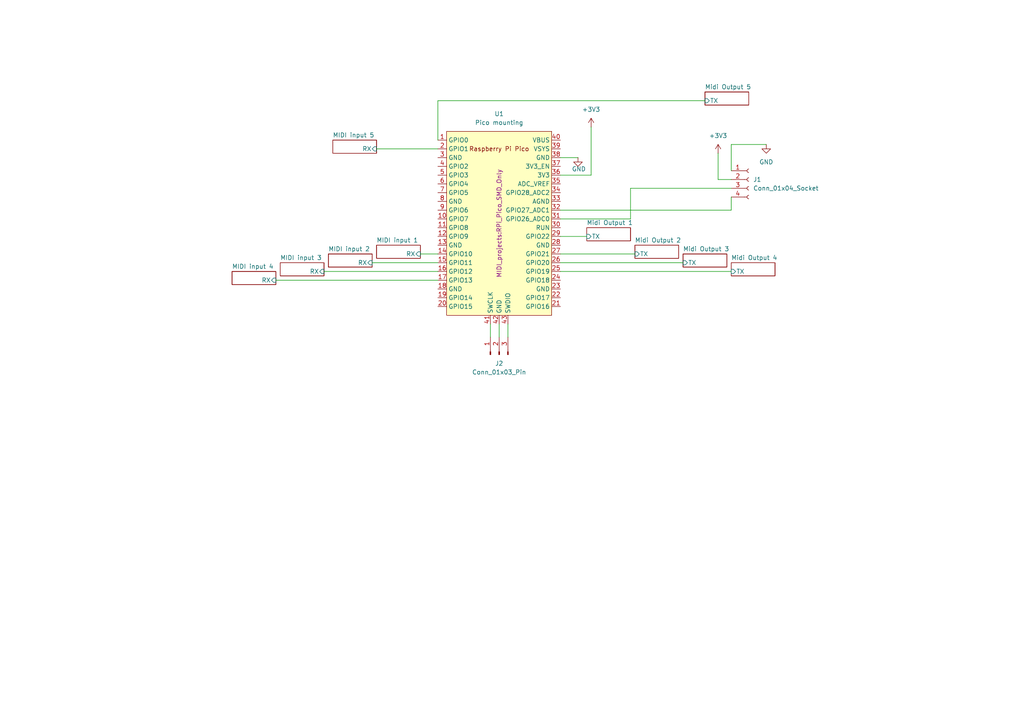
<source format=kicad_sch>
(kicad_sch (version 20231120) (generator "eeschema") (generator_version "8.0")
  (paper "A4")
  (lib_symbols
    (symbol "Connector:Conn_01x03_Pin" (pin_names (offset 1.016) hide)
      (property "Reference" "J" (at 0 5.08 0))
      (property "Value" "Conn_01x03_Pin" (at 0 -5.08 0))
      (symbol "Conn_01x03_Pin_1_1"
        (polyline (pts (xy 1.27 -2.54) (xy 0.8636 -2.54)) (stroke (width 0.1524)))
        (polyline (pts (xy 1.27 0) (xy 0.8636 0)) (stroke (width 0.1524)))
        (polyline (pts (xy 1.27 2.54) (xy 0.8636 2.54)) (stroke (width 0.1524)))
        (rectangle (start 0.8636 -2.413) (end 0 -2.667) (stroke (width 0.1524)) (fill (type outline)))
        (rectangle (start 0.8636 0.127) (end 0 -0.127) (stroke (width 0.1524)) (fill (type outline)))
        (rectangle (start 0.8636 2.667) (end 0 2.413) (stroke (width 0.1524)) (fill (type outline)))
        (pin passive line (at 5.08 2.54 180) (length 3.81) (name "Pin_1") (number "1"))
        (pin passive line (at 5.08 0 180) (length 3.81) (name "Pin_2") (number "2"))
        (pin passive line (at 5.08 -2.54 180) (length 3.81) (name "Pin_3") (number "3"))
      )
    )
    (symbol "Connector:Conn_01x04_Socket" (pin_names (offset 1.016) hide)
      (property "Reference" "J" (at 0 5.08 0))
      (property "Value" "Conn_01x04_Socket" (at 0 -7.62 0))
      (symbol "Conn_01x04_Socket_1_1"
        (arc (start 0 -4.572) (mid -0.5058 -5.08) (end 0 -5.588) (stroke (width 0.1524)))
        (arc (start 0 -2.032) (mid -0.5058 -2.54) (end 0 -3.048) (stroke (width 0.1524)))
        (polyline (pts (xy -1.27 -5.08) (xy -0.508 -5.08)) (stroke (width 0.1524)))
        (polyline (pts (xy -1.27 -2.54) (xy -0.508 -2.54)) (stroke (width 0.1524)))
        (polyline (pts (xy -1.27 0) (xy -0.508 0)) (stroke (width 0.1524)))
        (polyline (pts (xy -1.27 2.54) (xy -0.508 2.54)) (stroke (width 0.1524)))
        (arc (start 0 0.508) (mid -0.5058 0) (end 0 -0.508) (stroke (width 0.1524)))
        (arc (start 0 3.048) (mid -0.5058 2.54) (end 0 2.032) (stroke (width 0.1524)))
        (pin passive line (at -5.08 2.54 0) (length 3.81) (name "Pin_1") (number "1"))
        (pin passive line (at -5.08 0 0) (length 3.81) (name "Pin_2") (number "2"))
        (pin passive line (at -5.08 -2.54 0) (length 3.81) (name "Pin_3") (number "3"))
        (pin passive line (at -5.08 -5.08 0) (length 3.81) (name "Pin_4") (number "4"))
      )
    )
    (symbol "MIDI_projects:Pico"
      (property "Reference" "U" (at -13.97 27.94 0))
      (property "Value" "Pico" (at 0 19.05 0))
      (symbol "Pico_0_0"
        (text "Raspberry Pi Pico" (at 0 21.59 0) (effects (font (size 1.27 1.27))))
      )
      (symbol "Pico_0_1"
        (rectangle (start -15.24 26.67) (end 15.24 -26.67) (fill (type background)))
      )
      (symbol "Pico_1_1"
        (pin bidirectional line (at -17.78 24.13 0) (length 2.54) (name "GPIO0") (number "1"))
        (pin bidirectional line (at -17.78 1.27 0) (length 2.54) (name "GPIO7") (number "10"))
        (pin bidirectional line (at -17.78 -1.27 0) (length 2.54) (name "GPIO8") (number "11"))
        (pin bidirectional line (at -17.78 -3.81 0) (length 2.54) (name "GPIO9") (number "12"))
        (pin power_in line (at -17.78 -6.35 0) (length 2.54) (name "GND") (number "13"))
        (pin bidirectional line (at -17.78 -8.89 0) (length 2.54) (name "GPIO10") (number "14"))
        (pin bidirectional line (at -17.78 -11.43 0) (length 2.54) (name "GPIO11") (number "15"))
        (pin bidirectional line (at -17.78 -13.97 0) (length 2.54) (name "GPIO12") (number "16"))
        (pin bidirectional line (at -17.78 -16.51 0) (length 2.54) (name "GPIO13") (number "17"))
        (pin power_in line (at -17.78 -19.05 0) (length 2.54) (name "GND") (number "18"))
        (pin bidirectional line (at -17.78 -21.59 0) (length 2.54) (name "GPIO14") (number "19"))
        (pin bidirectional line (at -17.78 21.59 0) (length 2.54) (name "GPIO1") (number "2"))
        (pin bidirectional line (at -17.78 -24.13 0) (length 2.54) (name "GPIO15") (number "20"))
        (pin bidirectional line (at 17.78 -24.13 180) (length 2.54) (name "GPIO16") (number "21"))
        (pin bidirectional line (at 17.78 -21.59 180) (length 2.54) (name "GPIO17") (number "22"))
        (pin power_in line (at 17.78 -19.05 180) (length 2.54) (name "GND") (number "23"))
        (pin bidirectional line (at 17.78 -16.51 180) (length 2.54) (name "GPIO18") (number "24"))
        (pin bidirectional line (at 17.78 -13.97 180) (length 2.54) (name "GPIO19") (number "25"))
        (pin bidirectional line (at 17.78 -11.43 180) (length 2.54) (name "GPIO20") (number "26"))
        (pin bidirectional line (at 17.78 -8.89 180) (length 2.54) (name "GPIO21") (number "27"))
        (pin power_in line (at 17.78 -6.35 180) (length 2.54) (name "GND") (number "28"))
        (pin bidirectional line (at 17.78 -3.81 180) (length 2.54) (name "GPIO22") (number "29"))
        (pin power_in line (at -17.78 19.05 0) (length 2.54) (name "GND") (number "3"))
        (pin input line (at 17.78 -1.27 180) (length 2.54) (name "RUN") (number "30"))
        (pin bidirectional line (at 17.78 1.27 180) (length 2.54) (name "GPIO26_ADC0") (number "31"))
        (pin bidirectional line (at 17.78 3.81 180) (length 2.54) (name "GPIO27_ADC1") (number "32"))
        (pin power_in line (at 17.78 6.35 180) (length 2.54) (name "AGND") (number "33"))
        (pin bidirectional line (at 17.78 8.89 180) (length 2.54) (name "GPIO28_ADC2") (number "34"))
        (pin power_in line (at 17.78 11.43 180) (length 2.54) (name "ADC_VREF") (number "35"))
        (pin power_in line (at 17.78 13.97 180) (length 2.54) (name "3V3") (number "36"))
        (pin input line (at 17.78 16.51 180) (length 2.54) (name "3V3_EN") (number "37"))
        (pin power_in line (at 17.78 19.05 180) (length 2.54) (name "GND") (number "38"))
        (pin power_in line (at 17.78 21.59 180) (length 2.54) (name "VSYS") (number "39"))
        (pin bidirectional line (at -17.78 16.51 0) (length 2.54) (name "GPIO2") (number "4"))
        (pin power_in line (at 17.78 24.13 180) (length 2.54) (name "VBUS") (number "40"))
        (pin input line (at -2.54 -29.21 90) (length 2.54) (name "SWCLK") (number "41"))
        (pin power_in line (at 0 -29.21 90) (length 2.54) (name "GND") (number "42"))
        (pin bidirectional line (at 2.54 -29.21 90) (length 2.54) (name "SWDIO") (number "43"))
        (pin bidirectional line (at -17.78 13.97 0) (length 2.54) (name "GPIO3") (number "5"))
        (pin bidirectional line (at -17.78 11.43 0) (length 2.54) (name "GPIO4") (number "6"))
        (pin bidirectional line (at -17.78 8.89 0) (length 2.54) (name "GPIO5") (number "7"))
        (pin power_in line (at -17.78 6.35 0) (length 2.54) (name "GND") (number "8"))
        (pin bidirectional line (at -17.78 3.81 0) (length 2.54) (name "GPIO6") (number "9"))
      )
    )
    (symbol "power:+3V3" (power) (pin_numbers hide) (pin_names (offset 0) hide)
      (property "Value" "+3V3" (at 0 3.556 0))
      (symbol "+3V3_0_1"
        (polyline (pts (xy -0.762 1.27) (xy 0 2.54)))
        (polyline (pts (xy 0 0) (xy 0 2.54)))
        (polyline (pts (xy 0 2.54) (xy 0.762 1.27)))
      )
      (symbol "+3V3_1_1"
        (pin power_in line (at 0 0 90) (length 0) (name "~") (number "1"))
      )
    )
    (symbol "power:GND" (power) (pin_numbers hide) (pin_names (offset 0) hide)
      (property "Value" "GND" (at 0 -3.81 0))
      (symbol "GND_0_1"
        (polyline (pts (xy 0 0) (xy 0 -1.27) (xy 1.27 -1.27) (xy 0 -2.54) (xy -1.27 -1.27) (xy 0 -1.27)))
      )
      (symbol "GND_1_1"
        (pin power_in line (at 0 0 270) (length 0) (name "~") (number "1"))
      )
    )
  )
  (wire (pts (xy 121.92 73.66) (xy 127 73.66)))
  (wire (pts (xy 162.56 63.5) (xy 182.88 63.5)))
  (wire (pts (xy 127 29.21) (xy 127 40.64)))
  (wire (pts (xy 162.56 60.96) (xy 212.09 60.96)))
  (wire (pts (xy 182.88 63.5) (xy 182.88 54.61)))
  (wire (pts (xy 182.88 54.61) (xy 212.09 54.61)))
  (wire (pts (xy 204.47 29.21) (xy 127 29.21)))
  (wire (pts (xy 212.09 60.96) (xy 212.09 57.15)))
  (wire (pts (xy 162.56 50.8) (xy 171.45 50.8)))
  (wire (pts (xy 208.28 44.45) (xy 208.28 52.07)))
  (wire (pts (xy 93.98 78.74) (xy 127 78.74)))
  (wire (pts (xy 142.24 93.98) (xy 142.24 97.79)))
  (wire (pts (xy 107.95 76.2) (xy 127 76.2)))
  (wire (pts (xy 147.32 93.98) (xy 147.32 97.79)))
  (wire (pts (xy 80.01 81.28) (xy 127 81.28)))
  (wire (pts (xy 162.56 78.74) (xy 212.09 78.74)))
  (wire (pts (xy 212.09 41.91) (xy 222.25 41.91)))
  (wire (pts (xy 144.78 93.98) (xy 144.78 97.79)))
  (wire (pts (xy 162.56 68.58) (xy 170.18 68.58)))
  (wire (pts (xy 162.56 76.2) (xy 198.12 76.2)))
  (wire (pts (xy 212.09 49.53) (xy 212.09 41.91)))
  (wire (pts (xy 171.45 50.8) (xy 171.45 36.83)))
  (wire (pts (xy 162.56 45.72) (xy 167.64 45.72)))
  (wire (pts (xy 208.28 52.07) (xy 212.09 52.07)))
  (wire (pts (xy 162.56 73.66) (xy 184.15 73.66)))
  (wire (pts (xy 109.22 43.18) (xy 127 43.18)))
  (symbol (lib_id "Connector:Conn_01x03_Pin") (at 144.78 102.87 90) (unit 1)
    (property "Reference" "J2" (at 144.78 105.41 90))
    (property "Value" "Conn_01x03_Pin" (at 144.78 107.95 90))
    (property "Footprint" "Connector_PinHeader_2.54mm:PinHeader_1x03_P2.54mm_Vertical" (effects (hide yes)))
    (property "Description" "Generic connector, single row, 01x03, script generated" (effects (hide yes)))
  )
  (symbol (lib_id "power:GND") (at 222.25 41.91 0) (unit 1)
    (property "Reference" "#PWR023" (effects (hide yes)))
    (property "Value" "GND" (at 222.25 46.99 0))
    (property "Description" "Power symbol creates a global label with name \"GND\" , ground" (effects (hide yes)))
  )
  (symbol (lib_id "power:+3V3") (at 208.28 44.45 0) (unit 1)
    (property "Reference" "#PWR022" (effects (hide yes)))
    (property "Value" "+3V3" (at 208.28 39.37 0))
    (property "Description" "Power symbol creates a global label with name \"+3V3\"" (effects (hide yes)))
  )
  (symbol (lib_id "power:+3V3") (at 171.45 36.83 0) (unit 1)
    (property "Reference" "#PWR020" (effects (hide yes)))
    (property "Value" "+3V3" (at 171.45 31.75 0))
    (property "Description" "Power symbol creates a global label with name \"+3V3\"" (effects (hide yes)))
  )
  (symbol (lib_id "Connector:Conn_01x04_Socket") (at 217.17 52.07 0) (unit 1)
    (property "Reference" "J1" (at 218.44 52.0699 0) (effects (justify left)))
    (property "Value" "Conn_01x04_Socket" (at 218.44 54.6099 0) (effects (justify left)))
    (property "Footprint" "MIDI_projects:JST_SH_SM04B-SRSS-TB_1x04-1MP_P1.00mm_Horizontal" (effects (hide yes)))
    (property "Description" "Generic connector, single row, 01x04, script generated" (effects (hide yes)))
  )
  (symbol (lib_id "MIDI_projects:Pico") (at 144.78 64.77 0) (unit 1)
    (property "Reference" "U1" (at 144.78 33.02 0))
    (property "Value" "Pico mounting" (at 144.78 35.56 0))
    (property "Footprint" "MIDI_projects:RPi_Pico_SMD_Only" (at 144.78 64.77 90))
  )
  (symbol (lib_id "power:GND") (at 167.64 45.72 0) (unit 1)
    (property "Reference" "#PWR021" (effects (hide yes)))
    (property "Value" "GND" (at 167.894 49.022 0))
    (property "Description" "Power symbol creates a global label with name \"GND\" , ground" (effects (hide yes)))
  )
  (sheet (at 204.47 26.67) (size 12.7 3.81) (stroke (width 0.1524))
    (property "Sheetname" "Midi Output 5" (at 204.47 25.9584 0) (effects (justify left bottom)))
    (property "Sheetfile" "midi_output.kicad_sch" (effects (hide yes)))
    (pin "TX" input (at 204.47 29.21 180))
  )
  (sheet (at 109.22 71.12) (size 12.7 3.81) (stroke (width 0.1524))
    (property "Sheetname" "MIDI input 1" (at 109.22 70.4084 0) (effects (justify left bottom)))
    (property "Sheetfile" "midi_input.kicad_sch" (effects (hide yes)))
    (pin "RX" input (at 121.92 73.66 0))
  )
  (sheet (at 96.52 40.64) (size 12.7 3.81) (stroke (width 0.1524))
    (property "Sheetname" "MIDI input 5" (at 96.52 39.9284 0) (effects (justify left bottom)))
    (property "Sheetfile" "midi_input.kicad_sch" (effects (hide yes)))
    (pin "RX" input (at 109.22 43.18 0))
  )
  (sheet (at 198.12 73.66) (size 12.7 3.81) (stroke (width 0.1524))
    (property "Sheetname" "Midi Output 3" (at 198.12 72.9484 0) (effects (justify left bottom)))
    (property "Sheetfile" "midi_output.kicad_sch" (effects (hide yes)))
    (pin "TX" input (at 198.12 76.2 180))
  )
  (sheet (at 81.28 76.2) (size 12.7 3.81) (stroke (width 0.1524))
    (property "Sheetname" "MIDI input 3" (at 81.28 75.4884 0) (effects (justify left bottom)))
    (property "Sheetfile" "midi_input.kicad_sch" (effects (hide yes)))
    (pin "RX" input (at 93.98 78.74 0))
  )
  (sheet (at 212.09 76.2) (size 12.7 3.81) (stroke (width 0.1524))
    (property "Sheetname" "Midi Output 4" (at 212.09 75.4884 0) (effects (justify left bottom)))
    (property "Sheetfile" "midi_output.kicad_sch" (effects (hide yes)))
    (pin "TX" input (at 212.09 78.74 180))
  )
  (sheet (at 184.15 71.12) (size 12.7 3.81) (stroke (width 0.1524))
    (property "Sheetname" "Midi Output 2" (at 184.15 70.4084 0) (effects (justify left bottom)))
    (property "Sheetfile" "midi_output.kicad_sch" (effects (hide yes)))
    (pin "TX" input (at 184.15 73.66 180))
  )
  (sheet (at 170.18 66.04) (size 12.7 3.81) (stroke (width 0.1524))
    (property "Sheetname" "Midi Output 1" (at 170.18 65.3284 0) (effects (justify left bottom)))
    (property "Sheetfile" "midi_output.kicad_sch" (effects (hide yes)))
    (pin "TX" input (at 170.18 68.58 180))
  )
  (sheet (at 67.31 78.74) (size 12.7 3.81) (stroke (width 0.1524))
    (property "Sheetname" "MIDI input 4" (at 67.31 78.0284 0) (effects (justify left bottom)))
    (property "Sheetfile" "midi_input.kicad_sch" (effects (hide yes)))
    (pin "RX" input (at 80.01 81.28 0))
  )
  (sheet (at 95.25 73.66) (size 12.7 3.81) (stroke (width 0.1524))
    (property "Sheetname" "MIDI input 2" (at 95.25 72.9484 0) (effects (justify left bottom)))
    (property "Sheetfile" "midi_input.kicad_sch" (effects (hide yes)))
    (pin "RX" input (at 107.95 76.2 0))
  )
)
</source>
